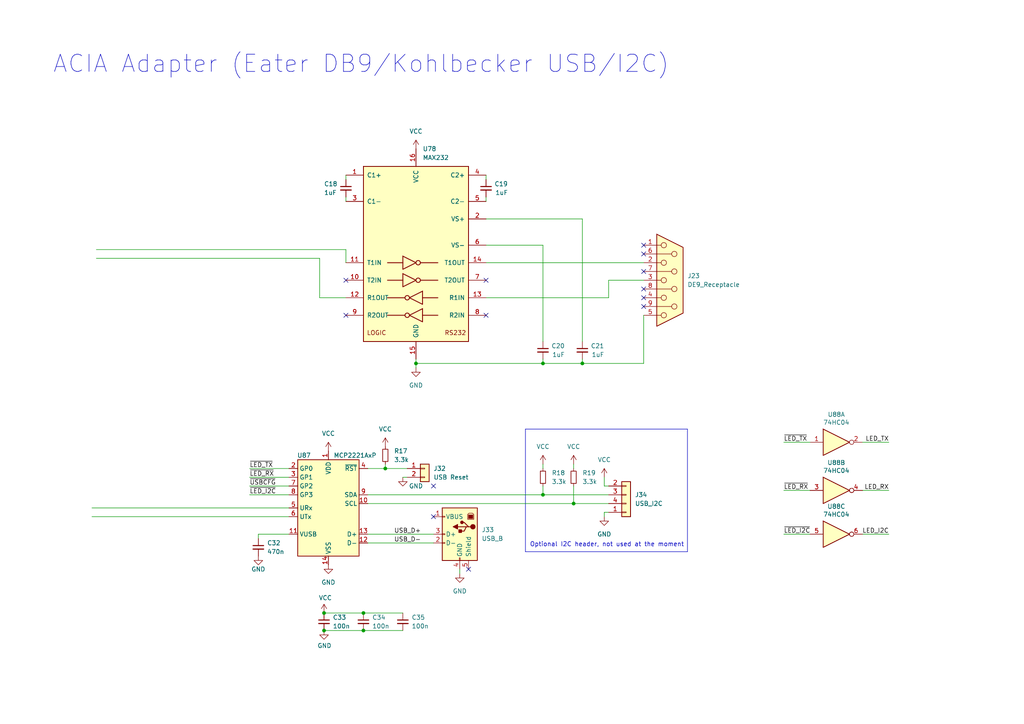
<source format=kicad_sch>
(kicad_sch (version 20230121) (generator eeschema)
  (paper "A4")
  (lib_symbols
    (symbol "74xx:74HC04"
      (property "Reference" "U" (at 0 1.27 0))
      (property "Value" "74HC04" (at 0 -1.27 0))
      (symbol "74HC04_1_0"
        (polyline (pts (xy -3.81 3.81) (xy -3.81 -3.81) (xy 3.81 0) (xy -3.81 3.81)) (stroke (width 0.254)) (fill (type background)))
        (pin input line (at -7.62 0 0) (length 3.81) (name "~") (number "1"))
        (pin output inverted (at 7.62 0 180) (length 3.81) (name "~") (number "2"))
      )
      (symbol "74HC04_2_0"
        (polyline (pts (xy -3.81 3.81) (xy -3.81 -3.81) (xy 3.81 0) (xy -3.81 3.81)) (stroke (width 0.254)) (fill (type background)))
        (pin input line (at -7.62 0 0) (length 3.81) (name "~") (number "3"))
        (pin output inverted (at 7.62 0 180) (length 3.81) (name "~") (number "4"))
      )
      (symbol "74HC04_3_0"
        (polyline (pts (xy -3.81 3.81) (xy -3.81 -3.81) (xy 3.81 0) (xy -3.81 3.81)) (stroke (width 0.254)) (fill (type background)))
        (pin input line (at -7.62 0 0) (length 3.81) (name "~") (number "5"))
        (pin output inverted (at 7.62 0 180) (length 3.81) (name "~") (number "6"))
      )
      (symbol "74HC04_4_0"
        (polyline (pts (xy -3.81 3.81) (xy -3.81 -3.81) (xy 3.81 0) (xy -3.81 3.81)) (stroke (width 0.254)) (fill (type background)))
        (pin output inverted (at 7.62 0 180) (length 3.81) (name "~") (number "8"))
        (pin input line (at -7.62 0 0) (length 3.81) (name "~") (number "9"))
      )
      (symbol "74HC04_5_0"
        (polyline (pts (xy -3.81 3.81) (xy -3.81 -3.81) (xy 3.81 0) (xy -3.81 3.81)) (stroke (width 0.254)) (fill (type background)))
        (pin output inverted (at 7.62 0 180) (length 3.81) (name "~") (number "10"))
        (pin input line (at -7.62 0 0) (length 3.81) (name "~") (number "11"))
      )
      (symbol "74HC04_6_0"
        (polyline (pts (xy -3.81 3.81) (xy -3.81 -3.81) (xy 3.81 0) (xy -3.81 3.81)) (stroke (width 0.254)) (fill (type background)))
        (pin output inverted (at 7.62 0 180) (length 3.81) (name "~") (number "12"))
        (pin input line (at -7.62 0 0) (length 3.81) (name "~") (number "13"))
      )
      (symbol "74HC04_7_0"
        (pin power_in line (at 0 12.7 270) (length 5.08) (name "VCC") (number "14"))
        (pin power_in line (at 0 -12.7 90) (length 5.08) (name "GND") (number "7"))
      )
      (symbol "74HC04_7_1"
        (rectangle (start -5.08 7.62) (end 5.08 -7.62) (stroke (width 0.254)) (fill (type background)))
      )
    )
    (symbol "Connector:DE9_Receptacle" (pin_names (offset 1.016) hide)
      (property "Reference" "J" (at 0 13.97 0))
      (property "Value" "DE9_Receptacle" (at 0 -14.605 0))
      (symbol "DE9_Receptacle_0_1"
        (circle (center -1.778 -10.16) (radius 0.762))
        (circle (center -1.778 -5.08) (radius 0.762))
        (circle (center -1.778 0) (radius 0.762))
        (circle (center -1.778 5.08) (radius 0.762))
        (circle (center -1.778 10.16) (radius 0.762))
        (polyline (pts (xy -3.81 -10.16) (xy -2.54 -10.16)))
        (polyline (pts (xy -3.81 -7.62) (xy 0.508 -7.62)))
        (polyline (pts (xy -3.81 -5.08) (xy -2.54 -5.08)))
        (polyline (pts (xy -3.81 -2.54) (xy 0.508 -2.54)))
        (polyline (pts (xy -3.81 0) (xy -2.54 0)))
        (polyline (pts (xy -3.81 2.54) (xy 0.508 2.54)))
        (polyline (pts (xy -3.81 5.08) (xy -2.54 5.08)))
        (polyline (pts (xy -3.81 7.62) (xy 0.508 7.62)))
        (polyline (pts (xy -3.81 10.16) (xy -2.54 10.16)))
        (polyline (pts (xy -3.81 13.335) (xy -3.81 -13.335) (xy 3.81 -9.525) (xy 3.81 9.525) (xy -3.81 13.335)) (stroke (width 0.254)) (fill (type background)))
        (circle (center 1.27 -7.62) (radius 0.762))
        (circle (center 1.27 -2.54) (radius 0.762))
        (circle (center 1.27 2.54) (radius 0.762))
        (circle (center 1.27 7.62) (radius 0.762))
      )
      (symbol "DE9_Receptacle_1_1"
        (pin passive line (at -7.62 10.16 0) (length 3.81) (name "1") (number "1"))
        (pin passive line (at -7.62 5.08 0) (length 3.81) (name "2") (number "2"))
        (pin passive line (at -7.62 0 0) (length 3.81) (name "3") (number "3"))
        (pin passive line (at -7.62 -5.08 0) (length 3.81) (name "4") (number "4"))
        (pin passive line (at -7.62 -10.16 0) (length 3.81) (name "5") (number "5"))
        (pin passive line (at -7.62 7.62 0) (length 3.81) (name "6") (number "6"))
        (pin passive line (at -7.62 2.54 0) (length 3.81) (name "7") (number "7"))
        (pin passive line (at -7.62 -2.54 0) (length 3.81) (name "8") (number "8"))
        (pin passive line (at -7.62 -7.62 0) (length 3.81) (name "9") (number "9"))
      )
    )
    (symbol "Connector:USB_B" (pin_names (offset 1.016))
      (property "Reference" "J" (at -5.08 11.43 0))
      (property "Value" "USB_B" (at -5.08 8.89 0))
      (symbol "USB_B_0_1"
        (rectangle (start -5.08 -7.62) (end 5.08 7.62) (stroke (width 0.254)) (fill (type background)))
        (circle (center -3.81 2.159) (radius 0.635) (stroke (width 0.254)) (fill (type outline)))
        (rectangle (start -3.81 5.588) (end -2.54 4.572) (fill (type outline)))
        (circle (center -0.635 3.429) (radius 0.381) (stroke (width 0.254)) (fill (type outline)))
        (rectangle (start -0.127 -7.62) (end 0.127 -6.858))
        (polyline (pts (xy -1.905 2.159) (xy 0.635 2.159)) (stroke (width 0.254)))
        (polyline (pts (xy -3.175 2.159) (xy -2.54 2.159) (xy -1.27 3.429) (xy -0.635 3.429)) (stroke (width 0.254)))
        (polyline (pts (xy -2.54 2.159) (xy -1.905 2.159) (xy -1.27 0.889) (xy 0 0.889)) (stroke (width 0.254)))
        (polyline (pts (xy 0.635 2.794) (xy 0.635 1.524) (xy 1.905 2.159) (xy 0.635 2.794)) (stroke (width 0.254)) (fill (type outline)))
        (polyline (pts (xy -4.064 4.318) (xy -2.286 4.318) (xy -2.286 5.715) (xy -2.667 6.096) (xy -3.683 6.096) (xy -4.064 5.715) (xy -4.064 4.318)))
        (rectangle (start 0.254 1.27) (end -0.508 0.508) (stroke (width 0.254)) (fill (type outline)))
        (rectangle (start 5.08 -2.667) (end 4.318 -2.413))
        (rectangle (start 5.08 -0.127) (end 4.318 0.127))
        (rectangle (start 5.08 4.953) (end 4.318 5.207))
      )
      (symbol "USB_B_1_1"
        (pin power_out line (at 7.62 5.08 180) (length 2.54) (name "VBUS") (number "1"))
        (pin bidirectional line (at 7.62 -2.54 180) (length 2.54) (name "D-") (number "2"))
        (pin bidirectional line (at 7.62 0 180) (length 2.54) (name "D+") (number "3"))
        (pin power_out line (at 0 -10.16 90) (length 2.54) (name "GND") (number "4"))
        (pin passive line (at -2.54 -10.16 90) (length 2.54) (name "Shield") (number "5"))
      )
    )
    (symbol "Connector_Generic:Conn_01x02" (pin_names (offset 1.016) hide)
      (property "Reference" "J" (at 0 2.54 0))
      (property "Value" "Conn_01x02" (at 0 -5.08 0))
      (symbol "Conn_01x02_1_1"
        (rectangle (start -1.27 -2.413) (end 0 -2.667) (stroke (width 0.1524)))
        (rectangle (start -1.27 0.127) (end 0 -0.127) (stroke (width 0.1524)))
        (rectangle (start -1.27 1.27) (end 1.27 -3.81) (stroke (width 0.254)) (fill (type background)))
        (pin passive line (at -5.08 0 0) (length 3.81) (name "Pin_1") (number "1"))
        (pin passive line (at -5.08 -2.54 0) (length 3.81) (name "Pin_2") (number "2"))
      )
    )
    (symbol "Connector_Generic:Conn_01x04" (pin_names (offset 1.016) hide)
      (property "Reference" "J3" (at 2.54 0.0001 0))
      (property "Value" "USB_I2C" (at 2.54 -2.5399 0))
      (symbol "Conn_01x04_1_1"
        (rectangle (start -1.27 -4.953) (end 0 -5.207) (stroke (width 0.1524)))
        (rectangle (start -1.27 -2.413) (end 0 -2.667) (stroke (width 0.1524)))
        (rectangle (start -1.27 0.127) (end 0 -0.127) (stroke (width 0.1524)))
        (rectangle (start -1.27 2.667) (end 0 2.413) (stroke (width 0.1524)))
        (rectangle (start -1.27 3.81) (end 1.27 -6.35) (stroke (width 0.254)) (fill (type background)))
        (pin passive line (at -5.08 -5.08 0) (length 3.81) (name "Pin_1") (number "1"))
        (pin passive line (at -5.08 2.54 0) (length 3.81) (name "Pin_2") (number "2"))
        (pin passive line (at -5.08 0 0) (length 3.81) (name "Pin_3") (number "3"))
        (pin passive line (at -5.08 -2.54 0) (length 3.81) (name "Pin_4") (number "4"))
      )
    )
    (symbol "Device:C_Small" (pin_numbers hide) (pin_names (offset 0.254) hide)
      (property "Reference" "C" (at 0.254 1.778 0))
      (property "Value" "C_Small" (at 0.254 -2.032 0))
      (symbol "C_Small_0_1"
        (polyline (pts (xy -1.524 -0.508) (xy 1.524 -0.508)) (stroke (width 0.3302)))
        (polyline (pts (xy -1.524 0.508) (xy 1.524 0.508)) (stroke (width 0.3048)))
      )
      (symbol "C_Small_1_1"
        (pin passive line (at 0 2.54 270) (length 2.032) (name "~") (number "1"))
        (pin passive line (at 0 -2.54 90) (length 2.032) (name "~") (number "2"))
      )
    )
    (symbol "Device:R_Small" (pin_numbers hide) (pin_names (offset 0.254) hide)
      (property "Reference" "R" (at 0.762 0.508 0))
      (property "Value" "R_Small" (at 0.762 -1.016 0))
      (symbol "R_Small_0_1"
        (rectangle (start -0.762 1.778) (end 0.762 -1.778) (stroke (width 0.2032)))
      )
      (symbol "R_Small_1_1"
        (pin passive line (at 0 2.54 270) (length 0.762) (name "~") (number "1"))
        (pin passive line (at 0 -2.54 90) (length 0.762) (name "~") (number "2"))
      )
    )
    (symbol "Interface_UART:MAX232" (pin_names (offset 1.016))
      (property "Reference" "U" (at -2.54 28.575 0))
      (property "Value" "MAX232" (at -2.54 26.67 0))
      (symbol "MAX232_0_0"
        (text "LOGIC" (at -11.43 -22.86 0) (effects (font (size 1.27 1.27))))
        (text "RS232" (at 11.43 -22.86 0) (effects (font (size 1.27 1.27))))
      )
      (symbol "MAX232_0_1"
        (rectangle (start -15.24 -25.4) (end 15.24 25.4) (stroke (width 0.254)) (fill (type background)))
        (circle (center -2.54 -17.78) (radius 0.635) (stroke (width 0.254)))
        (circle (center -2.54 -12.7) (radius 0.635) (stroke (width 0.254)))
        (polyline (pts (xy -3.81 -7.62) (xy -8.255 -7.62)) (stroke (width 0.254)))
        (polyline (pts (xy -3.81 -2.54) (xy -8.255 -2.54)) (stroke (width 0.254)))
        (polyline (pts (xy -3.175 -17.78) (xy -8.255 -17.78)) (stroke (width 0.254)))
        (polyline (pts (xy -3.175 -12.7) (xy -8.255 -12.7)) (stroke (width 0.254)))
        (polyline (pts (xy 1.27 -7.62) (xy 6.35 -7.62)) (stroke (width 0.254)))
        (polyline (pts (xy 1.27 -2.54) (xy 6.35 -2.54)) (stroke (width 0.254)))
        (polyline (pts (xy 1.905 -17.78) (xy 6.35 -17.78)) (stroke (width 0.254)))
        (polyline (pts (xy 1.905 -12.7) (xy 6.35 -12.7)) (stroke (width 0.254)))
        (polyline (pts (xy -3.81 -5.715) (xy -3.81 -9.525) (xy 0 -7.62) (xy -3.81 -5.715)) (stroke (width 0.254)))
        (polyline (pts (xy -3.81 -0.635) (xy -3.81 -4.445) (xy 0 -2.54) (xy -3.81 -0.635)) (stroke (width 0.254)))
        (polyline (pts (xy 1.905 -15.875) (xy 1.905 -19.685) (xy -1.905 -17.78) (xy 1.905 -15.875)) (stroke (width 0.254)))
        (polyline (pts (xy 1.905 -10.795) (xy 1.905 -14.605) (xy -1.905 -12.7) (xy 1.905 -10.795)) (stroke (width 0.254)))
        (circle (center 0.635 -7.62) (radius 0.635) (stroke (width 0.254)))
        (circle (center 0.635 -2.54) (radius 0.635) (stroke (width 0.254)))
      )
      (symbol "MAX232_1_1"
        (pin passive line (at -20.32 22.86 0) (length 5.08) (name "C1+") (number "1"))
        (pin input line (at -20.32 -7.62 0) (length 5.08) (name "T2IN") (number "10"))
        (pin input line (at -20.32 -2.54 0) (length 5.08) (name "T1IN") (number "11"))
        (pin output line (at -20.32 -12.7 0) (length 5.08) (name "R1OUT") (number "12"))
        (pin input line (at 20.32 -12.7 180) (length 5.08) (name "R1IN") (number "13"))
        (pin output line (at 20.32 -2.54 180) (length 5.08) (name "T1OUT") (number "14"))
        (pin power_in line (at 0 -30.48 90) (length 5.08) (name "GND") (number "15"))
        (pin power_in line (at 0 30.48 270) (length 5.08) (name "VCC") (number "16"))
        (pin power_out line (at 20.32 10.16 180) (length 5.08) (name "VS+") (number "2"))
        (pin passive line (at -20.32 15.24 0) (length 5.08) (name "C1-") (number "3"))
        (pin passive line (at 20.32 22.86 180) (length 5.08) (name "C2+") (number "4"))
        (pin passive line (at 20.32 15.24 180) (length 5.08) (name "C2-") (number "5"))
        (pin power_out line (at 20.32 2.54 180) (length 5.08) (name "VS-") (number "6"))
        (pin output line (at 20.32 -7.62 180) (length 5.08) (name "T2OUT") (number "7"))
        (pin input line (at 20.32 -17.78 180) (length 5.08) (name "R2IN") (number "8"))
        (pin output line (at -20.32 -17.78 0) (length 5.08) (name "R2OUT") (number "9"))
      )
    )
    (symbol "Interface_USB:MCP2221AxP"
      (property "Reference" "U30" (at 5.08 16.51 0))
      (property "Value" "MCP2221AxP" (at -13.97 16.51 0))
      (symbol "MCP2221AxP_0_1"
        (rectangle (start -8.89 15.24) (end 8.89 -12.7) (stroke (width 0.254)) (fill (type background)))
      )
      (symbol "MCP2221AxP_1_1"
        (pin power_in line (at 0 17.78 270) (length 2.54) (name "VDD") (number "1"))
        (pin bidirectional line (at -11.43 2.54 0) (length 2.54) (name "SCL") (number "10"))
        (pin passive line (at 11.43 -6.35 180) (length 2.54) (name "VUSB") (number "11"))
        (pin bidirectional line (at -11.43 -8.89 0) (length 2.54) (name "D-") (number "12"))
        (pin bidirectional line (at -11.43 -6.35 0) (length 2.54) (name "D+") (number "13"))
        (pin power_in line (at 0 -15.24 90) (length 2.54) (name "VSS") (number "14"))
        (pin bidirectional line (at 11.43 12.7 180) (length 2.54) (name "GP0") (number "2"))
        (pin bidirectional line (at 11.43 10.16 180) (length 2.54) (name "GP1") (number "3"))
        (pin input line (at -11.43 12.7 0) (length 2.54) (name "~{RST}") (number "4"))
        (pin input line (at 11.43 1.27 180) (length 2.54) (name "URx") (number "5"))
        (pin output line (at 11.43 -1.27 180) (length 2.54) (name "UTx") (number "6"))
        (pin bidirectional line (at 11.43 7.62 180) (length 2.54) (name "GP2") (number "7"))
        (pin bidirectional line (at 11.43 5.08 180) (length 2.54) (name "GP3") (number "8"))
        (pin bidirectional line (at -11.43 5.08 0) (length 2.54) (name "SDA") (number "9"))
      )
    )
    (symbol "power:GND" (power) (pin_names (offset 0))
      (property "Value" "GND" (at 0 -3.81 0))
      (symbol "GND_0_1"
        (polyline (pts (xy 0 0) (xy 0 -1.27) (xy 1.27 -1.27) (xy 0 -2.54) (xy -1.27 -1.27) (xy 0 -1.27)))
      )
      (symbol "GND_1_1"
        (pin power_in line (at 0 0 270) (length 0) hide (name "GND") (number "1"))
      )
    )
    (symbol "power:VCC" (power) (pin_names (offset 0))
      (property "Value" "VCC" (at 0 3.81 0))
      (symbol "VCC_0_1"
        (polyline (pts (xy -0.762 1.27) (xy 0 2.54)))
        (polyline (pts (xy 0 0) (xy 0 2.54)))
        (polyline (pts (xy 0 2.54) (xy 0.762 1.27)))
      )
      (symbol "VCC_1_1"
        (pin power_in line (at 0 0 90) (length 0) hide (name "VCC") (number "1"))
      )
    )
  )
  (junction (at 105.41 182.88))
  (junction (at 120.65 105.41))
  (junction (at 93.98 182.88))
  (junction (at 168.91 105.41))
  (junction (at 93.98 177.8))
  (junction (at 166.37 146.05))
  (junction (at 157.48 143.51))
  (junction (at 105.41 177.8))
  (junction (at 111.76 135.89))
  (junction (at 157.48 105.41))
  (no_connect (at 186.69 71.12))
  (no_connect (at 100.33 81.28))
  (no_connect (at 186.69 86.36))
  (no_connect (at 140.97 91.44))
  (no_connect (at 140.97 81.28))
  (no_connect (at 125.73 149.86))
  (no_connect (at 186.69 88.9))
  (no_connect (at 186.69 83.82))
  (no_connect (at 125.73 140.97))
  (no_connect (at 186.69 78.74))
  (no_connect (at 135.89 165.1))
  (no_connect (at 100.33 91.44))
  (no_connect (at 186.69 73.66))
  (wire (pts (xy 176.53 86.36) (xy 176.53 81.28)))
  (wire (pts (xy 106.68 157.48) (xy 125.73 157.48)))
  (polyline (pts (xy 152.4 124.46) (xy 199.39 124.46)))
  (wire (pts (xy 168.91 104.14) (xy 168.91 105.41)))
  (wire (pts (xy 111.76 134.62) (xy 111.76 135.89)))
  (wire (pts (xy 166.37 146.05) (xy 166.37 140.97)))
  (wire (pts (xy 175.26 140.97) (xy 176.53 140.97)))
  (wire (pts (xy 100.33 86.36) (xy 92.71 86.36)))
  (wire (pts (xy 100.33 50.8) (xy 100.33 52.07)))
  (wire (pts (xy 186.69 91.44) (xy 186.69 105.41)))
  (wire (pts (xy 93.98 177.8) (xy 105.41 177.8)))
  (wire (pts (xy 157.48 105.41) (xy 168.91 105.41)))
  (wire (pts (xy 116.84 138.43) (xy 118.11 138.43)))
  (wire (pts (xy 111.76 135.89) (xy 106.68 135.89)))
  (wire (pts (xy 100.33 72.39) (xy 100.33 76.2)))
  (polyline (pts (xy 152.4 124.46) (xy 152.4 160.02)))
  (wire (pts (xy 74.93 154.94) (xy 74.93 156.21)))
  (wire (pts (xy 157.48 104.14) (xy 157.48 105.41)))
  (wire (pts (xy 250.19 154.94) (xy 257.81 154.94)))
  (wire (pts (xy 120.65 105.41) (xy 120.65 106.68)))
  (wire (pts (xy 111.76 135.89) (xy 118.11 135.89)))
  (wire (pts (xy 140.97 86.36) (xy 176.53 86.36)))
  (wire (pts (xy 140.97 71.12) (xy 157.48 71.12)))
  (wire (pts (xy 72.39 135.89) (xy 83.82 135.89)))
  (wire (pts (xy 105.41 177.8) (xy 116.84 177.8)))
  (wire (pts (xy 140.97 57.15) (xy 140.97 58.42)))
  (wire (pts (xy 157.48 143.51) (xy 176.53 143.51)))
  (wire (pts (xy 176.53 81.28) (xy 186.69 81.28)))
  (wire (pts (xy 250.19 128.27) (xy 257.81 128.27)))
  (wire (pts (xy 157.48 71.12) (xy 157.48 99.06)))
  (wire (pts (xy 93.98 182.88) (xy 105.41 182.88)))
  (wire (pts (xy 100.33 57.15) (xy 100.33 58.42)))
  (wire (pts (xy 83.82 140.97) (xy 72.39 140.97)))
  (wire (pts (xy 133.35 165.1) (xy 133.35 166.37)))
  (wire (pts (xy 157.48 135.89) (xy 157.48 134.62)))
  (wire (pts (xy 227.33 128.27) (xy 234.95 128.27)))
  (wire (pts (xy 175.26 148.59) (xy 176.53 148.59)))
  (wire (pts (xy 175.26 138.43) (xy 175.26 140.97)))
  (wire (pts (xy 157.48 143.51) (xy 157.48 140.97)))
  (wire (pts (xy 140.97 50.8) (xy 140.97 52.07)))
  (wire (pts (xy 92.71 86.36) (xy 92.71 74.93)))
  (wire (pts (xy 168.91 105.41) (xy 186.69 105.41)))
  (wire (pts (xy 26.67 147.32) (xy 83.82 147.32)))
  (wire (pts (xy 120.65 104.14) (xy 120.65 105.41)))
  (wire (pts (xy 140.97 63.5) (xy 168.91 63.5)))
  (wire (pts (xy 175.26 149.86) (xy 175.26 148.59)))
  (wire (pts (xy 157.48 105.41) (xy 120.65 105.41)))
  (wire (pts (xy 227.33 142.24) (xy 234.95 142.24)))
  (polyline (pts (xy 152.4 160.02) (xy 199.39 160.02)))
  (wire (pts (xy 227.33 154.94) (xy 234.95 154.94)))
  (wire (pts (xy 105.41 182.88) (xy 116.84 182.88)))
  (wire (pts (xy 74.93 154.94) (xy 83.82 154.94)))
  (wire (pts (xy 250.19 142.24) (xy 257.81 142.24)))
  (wire (pts (xy 166.37 146.05) (xy 176.53 146.05)))
  (polyline (pts (xy 199.39 160.02) (xy 199.39 124.46)))
  (wire (pts (xy 83.82 143.51) (xy 72.39 143.51)))
  (wire (pts (xy 168.91 63.5) (xy 168.91 99.06)))
  (wire (pts (xy 166.37 135.89) (xy 166.37 134.62)))
  (wire (pts (xy 83.82 138.43) (xy 72.39 138.43)))
  (wire (pts (xy 106.68 154.94) (xy 125.73 154.94)))
  (wire (pts (xy 140.97 76.2) (xy 186.69 76.2)))
  (wire (pts (xy 27.94 72.39) (xy 100.33 72.39)))
  (wire (pts (xy 106.68 143.51) (xy 157.48 143.51)))
  (wire (pts (xy 106.68 146.05) (xy 166.37 146.05)))
  (wire (pts (xy 26.67 149.86) (xy 83.82 149.86)))
  (wire (pts (xy 92.71 74.93) (xy 27.94 74.93)))
  (text "ACIA Adapter (Eater DB9/Kohlbecker USB/I2C)" (at 15.24 21.59 0) (effects (font (size 5 5)) (justify left bottom)))
  (text "Optional I2C header, not used at the moment" (at 153.67 158.75 0) (effects (font (size 1.27 1.27)) (justify left bottom)))
  (label "USB_D-" (at 114.3 157.48 0))
  (label "~{LED_I2C}" (at 227.33 154.94 0))
  (label "~{USBCFG}" (at 72.39 140.97 0))
  (label "~{LED_I2C}" (at 72.39 143.51 0))
  (label "LED_RX" (at 257.81 142.24 180))
  (label "~{LED_TX}" (at 72.39 135.89 0))
  (label "~{LED_RX}" (at 72.39 138.43 0))
  (label "~{LED_TX}" (at 227.33 128.27 0))
  (label "USB_D+" (at 114.3 154.94 0))
  (label "LED_TX" (at 257.81 128.27 180))
  (label "~{LED_RX}" (at 227.33 142.24 0))
  (label "LED_I2C" (at 257.81 154.94 180))
  (symbol (lib_id "power:GND") (at 74.93 161.29 0) (unit 1)
    (property "Reference" "#PWR0177" (effects hide))
    (property "Value" "GND" (at 74.93 165.1 0))
    (instances (project "Vega816" (path "" (reference "#PWR0177") (unit 1)) (path "" (reference "#PWR0129") (unit 1))))
  )
  (symbol (lib_id "74xx:74HC04") (at 242.57 128.27 0) (unit 1)
    (property "Reference" "U88" (at 242.57 120.2182 0))
    (property "Value" "74HC04" (at 242.57 122.5296 0))
    (property "Datasheet" "https://www.ti.com/lit/ds/symlink/sn74hc04.pdf" (effects hide))
    (instances (project "Vega816" (path "" (reference "U88") (unit 1)) (path "" (reference "U84") (unit 1))))
  )
  (symbol (lib_id "Device:R_Small") (at 166.37 138.43 0) (unit 1)
    (property "Reference" "R19" (at 168.91 137.1599 0) (effects (justify left)))
    (property "Value" "3.3k" (at 168.91 139.6999 0) (effects (justify left)))
    (instances (project "Vega816" (path "" (reference "R19") (unit 1)) (path "" (reference "R12") (unit 1))))
  )
  (symbol (lib_id "Connector:USB_B") (at 133.35 154.94 0) (mirror y) (unit 1)
    (property "Reference" "J33" (at 139.7 153.6699 0) (effects (justify right)))
    (property "Value" "USB_B" (at 139.7 156.2099 0) (effects (justify right)))
    (property "Datasheet" " ~" (effects hide))
    (instances (project "Vega816" (path "" (reference "J33") (unit 1)) (path "" (reference "J24") (unit 1))))
  )
  (symbol (lib_id "Connector_Generic:Conn_01x02") (at 123.19 135.89 0) (unit 1)
    (property "Reference" "J32" (at 125.73 135.8899 0) (effects (justify left)))
    (property "Value" "USB Reset" (at 125.73 138.4299 0) (effects (justify left)))
    (instances (project "Vega816" (path "" (reference "J32") (unit 1)) (path "" (reference "J23") (unit 1))))
  )
  (symbol (lib_id "Device:C_Small") (at 116.84 180.34 0) (unit 1)
    (property "Reference" "C35" (at 119.38 179.0762 0) (effects (justify left)))
    (property "Value" "100n" (at 119.38 181.6162 0) (effects (justify left)))
    (instances (project "Vega816" (path "" (reference "C35") (unit 1)) (path "" (reference "C24") (unit 1))))
  )
  (symbol (lib_id "power:VCC") (at 157.48 134.62 0) (mirror y) (unit 1)
    (property "Reference" "#PWR0185" (effects hide))
    (property "Value" "VCC" (at 157.48 129.54 0))
    (instances (project "Vega816" (path "" (reference "#PWR0185") (unit 1)) (path "" (reference "#PWR0169") (unit 1))))
  )
  (symbol (lib_id "Device:C_Small") (at 157.48 101.6 0) (mirror y) (unit 1)
    (property "Reference" "C20" (at 163.83 100.3363 0) (effects (justify left)))
    (property "Value" "1uF" (at 163.83 102.8763 0) (effects (justify left)))
    (instances (project "Vega816" (path "" (reference "C20") (unit 1)) (path "" (reference "C26") (unit 1))))
  )
  (symbol (lib_id "power:VCC") (at 93.98 177.8 0) (unit 1)
    (property "Reference" "#PWR0178" (effects hide))
    (property "Value" "VCC" (at 94.361 173.4058 0))
    (instances (project "Vega816" (path "" (reference "#PWR0178") (unit 1)) (path "" (reference "#PWR0130") (unit 1))))
  )
  (symbol (lib_id "power:GND") (at 175.26 149.86 0) (mirror y) (unit 1)
    (property "Reference" "#PWR0188" (effects hide))
    (property "Value" "GND" (at 175.26 154.94 0))
    (instances (project "Vega816" (path "" (reference "#PWR0188") (unit 1)) (path "" (reference "#PWR0172") (unit 1))))
  )
  (symbol (lib_id "Connector:DE9_Receptacle") (at 194.31 81.28 0) (unit 1)
    (property "Reference" "J23" (at 199.39 80.01 0) (effects (justify left)))
    (property "Value" "DE9_Receptacle" (at 199.39 82.55 0) (effects (justify left)))
    (property "Datasheet" " ~" (effects hide))
    (instances (project "Vega816" (path "" (reference "J23") (unit 1)) (path "" (reference "J30") (unit 1))))
  )
  (symbol (lib_id "Device:R_Small") (at 111.76 132.08 0) (unit 1)
    (property "Reference" "R17" (at 114.3 130.8099 0) (effects (justify left)))
    (property "Value" "3.3k" (at 114.3 133.3499 0) (effects (justify left)))
    (instances (project "Vega816" (path "" (reference "R17") (unit 1)) (path "" (reference "R2") (unit 1))))
  )
  (symbol (lib_id "Device:C_Small") (at 74.93 158.75 0) (unit 1)
    (property "Reference" "C32" (at 77.47 157.4862 0) (effects (justify left)))
    (property "Value" "470n" (at 77.47 160.0262 0) (effects (justify left)))
    (instances (project "Vega816" (path "" (reference "C32") (unit 1)) (path "" (reference "C18") (unit 1))))
  )
  (symbol (lib_id "power:GND") (at 133.35 166.37 0) (mirror y) (unit 1)
    (property "Reference" "#PWR0184" (effects hide))
    (property "Value" "GND" (at 133.35 171.45 0))
    (instances (project "Vega816" (path "" (reference "#PWR0184") (unit 1)) (path "" (reference "#PWR0168") (unit 1))))
  )
  (symbol (lib_id "power:VCC") (at 175.26 138.43 0) (mirror y) (unit 1)
    (property "Reference" "#PWR0187" (effects hide))
    (property "Value" "VCC" (at 175.26 133.35 0))
    (instances (project "Vega816" (path "" (reference "#PWR0187") (unit 1)) (path "" (reference "#PWR0171") (unit 1))))
  )
  (symbol (lib_id "74xx:74HC04") (at 242.57 154.94 0) (unit 3)
    (property "Reference" "U88" (at 242.57 146.8882 0))
    (property "Value" "74HC04" (at 242.57 149.1996 0))
    (property "Datasheet" "https://www.ti.com/lit/ds/symlink/sn74hc04.pdf" (effects hide))
    (instances (project "Vega816" (path "" (reference "U88") (unit 3)) (path "" (reference "U84") (unit 3))))
  )
  (symbol (lib_id "Interface_USB:MCP2221AxP") (at 95.25 148.59 0) (mirror y) (unit 1)
    (property "Reference" "U87" (at 90.17 132.08 0) (effects (justify left)))
    (property "Value" "MCP2221AxP" (at 109.22 132.08 0) (effects (justify left)))
    (property "Footprint" "Package_DIP:DIP-14_W7.62mm" (effects hide))
    (property "Datasheet" "http://ww1.microchip.com/downloads/en/DeviceDoc/20005565B.pdf" (effects hide))
    (instances (project "Vega816" (path "" (reference "U87") (unit 1)) (path "" (reference "U78") (unit 1))))
  )
  (symbol (lib_id "Device:C_Small") (at 140.97 54.61 0) (mirror y) (unit 1)
    (property "Reference" "C19" (at 147.32 53.3463 0) (effects (justify left)))
    (property "Value" "1uF" (at 147.32 55.8863 0) (effects (justify left)))
    (instances (project "Vega816" (path "" (reference "C19") (unit 1)) (path "" (reference "C25") (unit 1))))
  )
  (symbol (lib_id "Device:C_Small") (at 168.91 101.6 0) (mirror y) (unit 1)
    (property "Reference" "C21" (at 175.26 100.3363 0) (effects (justify left)))
    (property "Value" "1uF" (at 175.26 102.8763 0) (effects (justify left)))
    (instances (project "Vega816" (path "" (reference "C21") (unit 1)) (path "" (reference "C27") (unit 1))))
  )
  (symbol (lib_id "Connector_Generic:Conn_01x04") (at 181.61 143.51 0) (unit 1)
    (property "Reference" "J34" (at 184.15 143.5099 0) (effects (justify left)))
    (property "Value" "USB_I2C" (at 184.15 146.0499 0) (effects (justify left)))
    (property "Footprint" "Connector_JST:JST_SH_SM04B-SRSS-TB_1x04-1MP_P1.00mm_Horizontal" (effects hide))
    (instances (project "Vega816" (path "" (reference "J34") (unit 1)) (path "" (reference "J29") (unit 1))))
  )
  (symbol (lib_id "power:VCC") (at 95.25 130.81 0) (mirror y) (unit 1)
    (property "Reference" "#PWR0180" (effects hide))
    (property "Value" "VCC" (at 95.25 125.73 0))
    (instances (project "Vega816" (path "" (reference "#PWR0180") (unit 1)) (path "" (reference "#PWR0132") (unit 1))))
  )
  (symbol (lib_id "power:VCC") (at 111.76 129.54 0) (mirror y) (unit 1)
    (property "Reference" "#PWR0182" (effects hide))
    (property "Value" "VCC" (at 111.76 124.46 0))
    (instances (project "Vega816" (path "" (reference "#PWR0182") (unit 1)) (path "" (reference "#PWR0164") (unit 1))))
  )
  (symbol (lib_id "power:GND") (at 120.65 106.68 0) (mirror y) (unit 1)
    (property "Reference" "#PWR0130" (effects hide))
    (property "Value" "GND" (at 120.65 111.76 0))
    (instances (project "Vega816" (path "" (reference "#PWR0130") (unit 1)) (path "" (reference "#PWR0166") (unit 1))))
  )
  (symbol (lib_id "Interface_UART:MAX232") (at 120.65 73.66 0) (unit 1)
    (property "Reference" "U78" (at 122.6059 43.18 0) (effects (justify left)))
    (property "Value" "MAX232" (at 122.6059 45.72 0) (effects (justify left)))
    (property "Datasheet" "http://www.ti.com/lit/ds/symlink/max232.pdf" (effects hide))
    (instances (project "Vega816" (path "" (reference "U78") (unit 1)) (path "" (reference "U79") (unit 1))))
  )
  (symbol (lib_id "power:GND") (at 116.84 138.43 0) (mirror y) (unit 1)
    (property "Reference" "#PWR0183" (effects hide))
    (property "Value" "GND" (at 120.65 140.97 0))
    (instances (project "Vega816" (path "" (reference "#PWR0183") (unit 1)) (path "" (reference "#PWR0167") (unit 1))))
  )
  (symbol (lib_id "power:VCC") (at 120.65 43.18 0) (mirror y) (unit 1)
    (property "Reference" "#PWR0129" (effects hide))
    (property "Value" "VCC" (at 120.65 38.1 0))
    (instances (project "Vega816" (path "" (reference "#PWR0129") (unit 1)) (path "" (reference "#PWR0165") (unit 1))))
  )
  (symbol (lib_id "Device:C_Small") (at 100.33 54.61 0) (unit 1)
    (property "Reference" "C18" (at 93.98 53.3463 0) (effects (justify left)))
    (property "Value" "1uF" (at 93.98 55.8863 0) (effects (justify left)))
    (instances (project "Vega816" (path "" (reference "C18") (unit 1)) (path "" (reference "C20") (unit 1))))
  )
  (symbol (lib_id "Device:R_Small") (at 157.48 138.43 0) (unit 1)
    (property "Reference" "R18" (at 160.02 137.1599 0) (effects (justify left)))
    (property "Value" "3.3k" (at 160.02 139.6999 0) (effects (justify left)))
    (instances (project "Vega816" (path "" (reference "R18") (unit 1)) (path "" (reference "R11") (unit 1))))
  )
  (symbol (lib_id "Device:C_Small") (at 105.41 180.34 0) (unit 1)
    (property "Reference" "C34" (at 107.95 179.0762 0) (effects (justify left)))
    (property "Value" "100n" (at 107.95 181.6162 0) (effects (justify left)))
    (instances (project "Vega816" (path "" (reference "C34") (unit 1)) (path "" (reference "C21") (unit 1))))
  )
  (symbol (lib_id "power:GND") (at 93.98 182.88 0) (unit 1)
    (property "Reference" "#PWR0179" (effects hide))
    (property "Value" "GND" (at 94.107 187.2742 0))
    (instances (project "Vega816" (path "" (reference "#PWR0179") (unit 1)) (path "" (reference "#PWR0131") (unit 1))))
  )
  (symbol (lib_id "power:VCC") (at 166.37 134.62 0) (mirror y) (unit 1)
    (property "Reference" "#PWR0186" (effects hide))
    (property "Value" "VCC" (at 166.37 129.54 0))
    (instances (project "Vega816" (path "" (reference "#PWR0186") (unit 1)) (path "" (reference "#PWR0170") (unit 1))))
  )
  (symbol (lib_id "power:GND") (at 95.25 163.83 0) (mirror y) (unit 1)
    (property "Reference" "#PWR0181" (effects hide))
    (property "Value" "GND" (at 95.25 168.91 0))
    (instances (project "Vega816" (path "" (reference "#PWR0181") (unit 1)) (path "" (reference "#PWR0163") (unit 1))))
  )
  (symbol (lib_id "Device:C_Small") (at 93.98 180.34 0) (unit 1)
    (property "Reference" "C33" (at 96.52 179.0762 0) (effects (justify left)))
    (property "Value" "100n" (at 96.52 181.6162 0) (effects (justify left)))
    (instances (project "Vega816" (path "" (reference "C33") (unit 1)) (path "" (reference "C19") (unit 1))))
  )
  (symbol (lib_id "74xx:74HC04") (at 242.57 142.24 0) (unit 2)
    (property "Reference" "U88" (at 242.57 134.1882 0))
    (property "Value" "74HC04" (at 242.57 136.4996 0))
    (property "Datasheet" "https://www.ti.com/lit/ds/symlink/sn74hc04.pdf" (effects hide))
    (instances (project "Vega816" (path "" (reference "U88") (unit 2)) (path "" (reference "U84") (unit 2))))
  )
)
</source>
